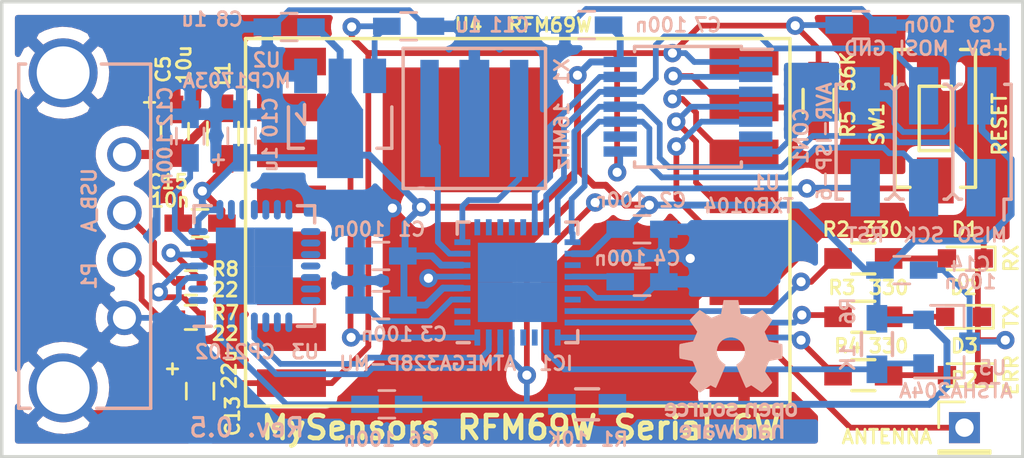
<source format=kicad_pcb>
(kicad_pcb (version 20170123) (host pcbnew no-vcs-found-c20cf4a~58~ubuntu16.04.1)
  (layers (0 F.Cu signal) (31 B.Cu signal) (34 B.Paste user) (35 F.Paste user) (36 B.SilkS user) (37 F.SilkS user) (38 B.Mask user) (39 F.Mask user) (44 Edge.Cuts user))
  (net 0 "")
  (net 1 GND)
  (net 2 +5V)
  (net 3 "Net-(C4-Pad2)")
  (net 4 /RST)
  (net 5 /DTR)
  (net 6 +3V3)
  (net 7 "Net-(C12-Pad1)")
  (net 8 /MISO)
  (net 9 /SCK)
  (net 10 /MOSI)
  (net 11 "Net-(D1-Pad2)")
  (net 12 "Net-(D2-Pad2)")
  (net 13 "Net-(D3-Pad2)")
  (net 14 "Net-(P1-Pad2)")
  (net 15 "Net-(P1-Pad3)")
  (net 16 "Net-(P2-Pad1)")
  (net 17 /GW_RX_LED)
  (net 18 /GW_TX_LED)
  (net 19 /GW_ERR_LED)
  (net 20 "Net-(R5-Pad1)")
  (net 21 "Net-(U1-Pad5)")
  (net 22 "Net-(U1-Pad4)")
  (net 23 "Net-(U1-Pad3)")
  (net 24 /SER_TX)
  (net 25 /SER_RX)
  (net 26 "Net-(IC1-Pad8)")
  (net 27 "Net-(IC1-Pad7)")
  (net 28 /ATSHA204A)
  (net 29 /RFM69W_INT)
  (net 30 /RFM69W_SS)
  (net 31 "Net-(C5-Pad2)")
  (net 32 "Net-(R7-Pad1)")
  (net 33 "Net-(R8-Pad1)")
  (module myfootprints:USB_A_bottom (layer F.Cu) (at 76.20488 80.30914 270)
    (fp_text reference P1 (at 5.28886 1.52888 270) (layer B.SilkS) (effects (font (size 0.6 0.6) (thickness 0.12)) (justify mirror)))
    (fp_text value USB_A (at 1.98686 1.52888 270) (layer B.SilkS) (effects (font (size 0.6 0.6) (thickness 0.12)) (justify mirror)))
    (pad 4 thru_hole circle (at 7.11286 -0.00212 180) (size 1.50114 1.50114) (drill 1.00076) (layers *.Cu *.Mask) (net 1 GND))
    (pad 3 thru_hole circle (at 4.57286 -0.00212 180) (size 1.50114 1.50114) (drill 1.00076) (layers *.Cu *.Mask) (net 15 "Net-(P1-Pad3)"))
    (pad 2 thru_hole circle (at 2.54086 -0.00212 180) (size 1.50114 1.50114) (drill 1.00076) (layers *.Cu *.Mask) (net 14 "Net-(P1-Pad2)"))
    (pad 1 thru_hole circle (at 0.00086 -0.00212 180) (size 1.50114 1.50114) (drill 1.00076) (layers *.Cu *.Mask) (net 31 "Net-(C5-Pad2)"))
    (pad 5 thru_hole circle (at 10.16086 2.66488 180) (size 2.99974 2.99974) (drill 2.30124) (layers *.Cu *.Mask) (net 1 GND))
    (pad 5 thru_hole circle (at -3.55514 2.66488 180) (size 2.99974 2.99974) (drill 2.30124) (layers *.Cu *.Mask) (net 1 GND))
  )
  (module Pin_Headers:Pin_Header_Straight_1x01_Pitch2.00mm (layer F.Cu) (at 112.776 92.202)
    (fp_text reference P2 (at 0 -2.12) (layer F.SilkS) (effects (font (size 0.6 0.6) (thickness 0.12))))
    (fp_text value ANTENNA (at -3.376 0.398) (layer F.SilkS) (effects (font (size 0.6 0.6) (thickness 0.12))))
    (pad 1 thru_hole rect (at 0 0) (size 1.35 1.35) (drill 0.8) (layers *.Cu *.Mask) (net 16 "Net-(P2-Pad1)"))
  )
  (module myfootprints:ZTTCS-3 (layer B.Cu) (at 91.44 78.74 180)
    (fp_text reference X1 (at -3.81 2.032 270) (layer B.SilkS) (effects (font (size 0.6 0.6) (thickness 0.12)) (justify mirror)))
    (fp_text value 16MHz (at -3.81 -0.762 270) (layer B.SilkS) (effects (font (size 0.6 0.6) (thickness 0.12)) (justify mirror)))
    (pad 3 smd rect (at 1.95 0 180) (size 0.8 5.1) (layers B.Cu B.Paste B.Mask) (net 27 "Net-(IC1-Pad7)"))
    (pad 2 smd rect (at 0 0 180) (size 1.3 5.1) (layers B.Cu B.Paste B.Mask) (net 1 GND))
    (pad 1 smd rect (at -1.95 0 180) (size 0.8 5.1) (layers B.Cu B.Paste B.Mask) (net 26 "Net-(IC1-Pad8)"))
  )
  (module Symbols:OSHW-Logo_5.7x6mm_SilkScreen (layer B.Cu) (at 102.616 89.662 180)
    (fp_text reference REF*** hide)
    (fp_text value OSHW-Logo_5.7x6mm_SilkScreen hide)
  )
  (module Capacitors_SMD:C_0603_HandSoldering (layer F.Cu) (at 79.502 90.612 270)
    (fp_text reference C13 (at 1.082 -1.414 270) (layer F.SilkS) (effects (font (size 0.6 0.6) (thickness 0.12))))
    (fp_text value 22u (at -0.95 -1.27 270) (layer F.SilkS) (effects (font (size 0.6 0.6) (thickness 0.12))))
    (pad 1 smd rect (at -0.95 0 270) (size 1.2 0.75) (layers F.Cu F.Paste F.Mask) (net 6 +3V3))
    (pad 2 smd rect (at 0.95 0 270) (size 1.2 0.75) (layers F.Cu F.Paste F.Mask) (net 1 GND))
  )
  (module Capacitors_SMD:C_0603_HandSoldering (layer B.Cu) (at 96.332 74.676 180)
    (fp_text reference C7 (at -5.268 0 180) (layer B.SilkS) (effects (font (size 0.6 0.6) (thickness 0.12)) (justify mirror)))
    (fp_text value 100n (at -3.236 0 180) (layer B.SilkS) (effects (font (size 0.6 0.6) (thickness 0.12)) (justify mirror)))
    (pad 1 smd rect (at -0.95 0 180) (size 1.2 0.75) (layers B.Cu B.Paste B.Mask) (net 2 +5V))
    (pad 2 smd rect (at 0.95 0 180) (size 1.2 0.75) (layers B.Cu B.Paste B.Mask) (net 1 GND))
  )
  (module Buttons_Switches_SMD:SW_SPST_EVQPE1 (layer F.Cu) (at 111.506 78.74 90)
    (fp_text reference SW1 (at -0.254 -2.54 90) (layer F.SilkS) (effects (font (size 0.6 0.6) (thickness 0.12))))
    (fp_text value RESET (at -0.254 2.794 90) (layer F.SilkS) (effects (font (size 0.6 0.6) (thickness 0.12))))
    (pad 2 smd rect (at 2.7 0 90) (size 2 1.6) (layers F.Cu F.Paste F.Mask) (net 1 GND))
    (pad 1 smd rect (at -2.7 0 90) (size 2 1.6) (layers F.Cu F.Paste F.Mask) (net 4 /RST))
  )
  (module Capacitors_SMD:C_0603_HandSoldering (layer B.Cu) (at 98.74 83.566 180)
    (fp_text reference C2 (at -1.336 1.27 180) (layer B.SilkS) (effects (font (size 0.6 0.6) (thickness 0.12)) (justify mirror)))
    (fp_text value 100n (at 0.95 1.27 180) (layer B.SilkS) (effects (font (size 0.6 0.6) (thickness 0.12)) (justify mirror)))
    (pad 1 smd rect (at -0.95 0 180) (size 1.2 0.75) (layers B.Cu B.Paste B.Mask) (net 1 GND))
    (pad 2 smd rect (at 0.95 0 180) (size 1.2 0.75) (layers B.Cu B.Paste B.Mask) (net 2 +5V))
  )
  (module Capacitors_SMD:C_0603_HandSoldering (layer B.Cu) (at 87.376 84.728 180)
    (fp_text reference C1 (at -1.336 1.162 180) (layer B.SilkS) (effects (font (size 0.6 0.6) (thickness 0.12)) (justify mirror)))
    (fp_text value 100n (at 0.95 1.162 180) (layer B.SilkS) (effects (font (size 0.6 0.6) (thickness 0.12)) (justify mirror)))
    (pad 1 smd rect (at -0.95 0 180) (size 1.2 0.75) (layers B.Cu B.Paste B.Mask) (net 2 +5V))
    (pad 2 smd rect (at 0.95 0 180) (size 1.2 0.75) (layers B.Cu B.Paste B.Mask) (net 1 GND))
  )
  (module Capacitors_SMD:C_0603_HandSoldering (layer B.Cu) (at 87.376 86.868)
    (fp_text reference C3 (at 2.286 1.27) (layer B.SilkS) (effects (font (size 0.6 0.6) (thickness 0.12)) (justify mirror)))
    (fp_text value 100n (at 0.254 1.27) (layer B.SilkS) (effects (font (size 0.6 0.6) (thickness 0.12)) (justify mirror)))
    (pad 1 smd rect (at -0.95 0) (size 1.2 0.75) (layers B.Cu B.Paste B.Mask) (net 1 GND))
    (pad 2 smd rect (at 0.95 0) (size 1.2 0.75) (layers B.Cu B.Paste B.Mask) (net 2 +5V))
  )
  (module Capacitors_SMD:C_0603_HandSoldering (layer B.Cu) (at 98.74 85.852 180)
    (fp_text reference C4 (at -1.082 1.016 180) (layer B.SilkS) (effects (font (size 0.6 0.6) (thickness 0.12)) (justify mirror)))
    (fp_text value 100n (at 0.95 1.016 180) (layer B.SilkS) (effects (font (size 0.6 0.6) (thickness 0.12)) (justify mirror)))
    (pad 2 smd rect (at 0.95 0 180) (size 1.2 0.75) (layers B.Cu B.Paste B.Mask) (net 3 "Net-(C4-Pad2)"))
    (pad 1 smd rect (at -0.95 0 180) (size 1.2 0.75) (layers B.Cu B.Paste B.Mask) (net 1 GND))
  )
  (module Capacitors_SMD:C_0603_HandSoldering (layer B.Cu) (at 87.63 91.186 180)
    (fp_text reference C6 (at -1.524 -1.524 180) (layer B.SilkS) (effects (font (size 0.6 0.6) (thickness 0.12)) (justify mirror)))
    (fp_text value 100n (at 0.762 -1.524 180) (layer B.SilkS) (effects (font (size 0.6 0.6) (thickness 0.12)) (justify mirror)))
    (pad 2 smd rect (at 0.95 0 180) (size 1.2 0.75) (layers B.Cu B.Paste B.Mask) (net 5 /DTR))
    (pad 1 smd rect (at -0.95 0 180) (size 1.2 0.75) (layers B.Cu B.Paste B.Mask) (net 4 /RST))
  )
  (module Capacitors_SMD:C_0603_HandSoldering (layer B.Cu) (at 83.378 74.76 180)
    (fp_text reference C8 (at 2.606 0.338 180) (layer B.SilkS) (effects (font (size 0.6 0.6) (thickness 0.12)) (justify mirror)))
    (fp_text value 1u (at 4.13 0.338 180) (layer B.SilkS) (effects (font (size 0.6 0.6) (thickness 0.12)) (justify mirror)))
    (pad 1 smd rect (at -0.95 0 180) (size 1.2 0.75) (layers B.Cu B.Paste B.Mask) (net 2 +5V))
    (pad 2 smd rect (at 0.95 0 180) (size 1.2 0.75) (layers B.Cu B.Paste B.Mask) (net 1 GND))
  )
  (module Capacitors_SMD:C_0603_HandSoldering (layer B.Cu) (at 108.27 74.676 180)
    (fp_text reference C9 (at -5.268 0 180) (layer B.SilkS) (effects (font (size 0.6 0.6) (thickness 0.12)) (justify mirror)))
    (fp_text value 100n (at -2.982 0 180) (layer B.SilkS) (effects (font (size 0.6 0.6) (thickness 0.12)) (justify mirror)))
    (pad 2 smd rect (at 0.95 0 180) (size 1.2 0.75) (layers B.Cu B.Paste B.Mask) (net 6 +3V3))
    (pad 1 smd rect (at -0.95 0 180) (size 1.2 0.75) (layers B.Cu B.Paste B.Mask) (net 1 GND))
  )
  (module Capacitors_SMD:C_0603_HandSoldering (layer B.Cu) (at 81.31 79.5 270)
    (fp_text reference C10 (at -0.8 -1.24 270) (layer B.SilkS) (effects (font (size 0.6 0.6) (thickness 0.12)) (justify mirror)))
    (fp_text value 1u (at 1.018 -1.24 270) (layer B.SilkS) (effects (font (size 0.6 0.6) (thickness 0.12)) (justify mirror)))
    (pad 1 smd rect (at -0.95 0 270) (size 1.2 0.75) (layers B.Cu B.Paste B.Mask) (net 1 GND))
    (pad 2 smd rect (at 0.95 0 270) (size 1.2 0.75) (layers B.Cu B.Paste B.Mask) (net 2 +5V))
  )
  (module Capacitors_SMD:C_0603_HandSoldering (layer B.Cu) (at 88.58 74.73)
    (fp_text reference C11 (at 4.384 -0.054) (layer B.SilkS) (effects (font (size 0.6 0.6) (thickness 0.12)) (justify mirror)))
    (fp_text value 1u (at 2.606 -0.054) (layer B.SilkS) (effects (font (size 0.6 0.6) (thickness 0.12)) (justify mirror)))
    (pad 2 smd rect (at 0.95 0) (size 1.2 0.75) (layers B.Cu B.Paste B.Mask) (net 1 GND))
    (pad 1 smd rect (at -0.95 0) (size 1.2 0.75) (layers B.Cu B.Paste B.Mask) (net 6 +3V3))
  )
  (module Capacitors_SMD:C_0603_HandSoldering (layer B.Cu) (at 79.07 79.51 90)
    (fp_text reference C12 (at 1.278 -1.092 90) (layer B.SilkS) (effects (font (size 0.6 0.6) (thickness 0.12)) (justify mirror)))
    (fp_text value 100n (at -1.008 -1.092 90) (layer B.SilkS) (effects (font (size 0.6 0.6) (thickness 0.12)) (justify mirror)))
    (pad 2 smd rect (at 0.95 0 90) (size 1.2 0.75) (layers B.Cu B.Paste B.Mask) (net 1 GND))
    (pad 1 smd rect (at -0.95 0 90) (size 1.2 0.75) (layers B.Cu B.Paste B.Mask) (net 7 "Net-(C12-Pad1)"))
  )
  (module myfootprints:AVR_ISP_SMT_Small_02x03 (layer B.Cu) (at 110.998 79.756 180)
    (fp_text reference CON1 (at 5.334 0.254 270) (layer B.SilkS) (effects (font (size 0.6 0.6) (thickness 0.12)) (justify mirror)))
    (fp_text value AVR-ISP-6 (at 4.318 0 270) (layer B.SilkS) (effects (font (size 0.6 0.6) (thickness 0.12)) (justify mirror)))
    (pad 1 smd rect (at -2.5 -2 180) (size 1.27 2.5) (layers B.Cu B.Paste B.Mask) (net 8 /MISO))
    (pad 3 smd rect (at 0 -2 180) (size 1.27 2.5) (layers B.Cu B.Paste B.Mask) (net 9 /SCK))
    (pad 5 smd rect (at 2.54 -2 180) (size 1.27 2.5) (layers B.Cu B.Paste B.Mask) (net 4 /RST))
    (pad 6 smd rect (at 2.54 2 180) (size 1.27 2.5) (layers B.Cu B.Paste B.Mask) (net 1 GND))
    (pad 4 smd rect (at 0 2 180) (size 1.27 2.5) (layers B.Cu B.Paste B.Mask) (net 10 /MOSI))
    (pad 2 smd rect (at -2.54 2 180) (size 1.27 2.5) (layers B.Cu B.Paste B.Mask) (net 2 +5V))
  )
  (module LEDs:LED_0603 (layer F.Cu) (at 112.814 84.836 180)
    (fp_text reference D1 (at 0 1.27 180) (layer F.SilkS) (effects (font (size 0.6 0.6) (thickness 0.12))))
    (fp_text value RX (at -1.994 0 270) (layer F.SilkS) (effects (font (size 0.6 0.6) (thickness 0.12))))
    (pad 1 smd rect (at -0.8 0) (size 0.8 0.8) (layers F.Cu F.Paste F.Mask) (net 1 GND))
    (pad 2 smd rect (at 0.8 0) (size 0.8 0.8) (layers F.Cu F.Paste F.Mask) (net 11 "Net-(D1-Pad2)"))
  )
  (module LEDs:LED_0603 (layer F.Cu) (at 112.738 87.376 180)
    (fp_text reference D2 (at 0 1.27 180) (layer F.SilkS) (effects (font (size 0.6 0.6) (thickness 0.12))))
    (fp_text value TX (at -2.07 0 270) (layer F.SilkS) (effects (font (size 0.6 0.6) (thickness 0.12))))
    (pad 2 smd rect (at 0.8 0) (size 0.8 0.8) (layers F.Cu F.Paste F.Mask) (net 12 "Net-(D2-Pad2)"))
    (pad 1 smd rect (at -0.8 0) (size 0.8 0.8) (layers F.Cu F.Paste F.Mask) (net 1 GND))
  )
  (module LEDs:LED_0603 (layer F.Cu) (at 112.814 89.916 180)
    (fp_text reference D3 (at 0.038 1.27 180) (layer F.SilkS) (effects (font (size 0.6 0.6) (thickness 0.12))))
    (fp_text value ERR (at -1.994 0 270) (layer F.SilkS) (effects (font (size 0.6 0.6) (thickness 0.12))))
    (pad 1 smd rect (at -0.8 0) (size 0.8 0.8) (layers F.Cu F.Paste F.Mask) (net 1 GND))
    (pad 2 smd rect (at 0.8 0) (size 0.8 0.8) (layers F.Cu F.Paste F.Mask) (net 13 "Net-(D3-Pad2)"))
  )
  (module Housings_DFN_QFN:QFN-32-1EP_5x5mm_Pitch0.5mm (layer B.Cu) (at 93.3185 85.878)
    (fp_text reference IC1 (at 1.6775 3.53) (layer B.SilkS) (effects (font (size 0.6 0.6) (thickness 0.12)) (justify mirror)))
    (fp_text value ATMEGA328P-MU (at -3.9105 3.53) (layer B.SilkS) (effects (font (size 0.6 0.6) (thickness 0.12)) (justify mirror)))
    (pad 33 smd rect (at -0.8625 0.8625) (size 1.725 1.725) (layers B.Cu B.Paste B.Mask))
    (pad 33 smd rect (at -0.8625 -0.8625) (size 1.725 1.725) (layers B.Cu B.Paste B.Mask))
    (pad 33 smd rect (at 0.8625 0.8625) (size 1.725 1.725) (layers B.Cu B.Paste B.Mask))
    (pad 33 smd rect (at 0.8625 -0.8625) (size 1.725 1.725) (layers B.Cu B.Paste B.Mask))
    (pad 32 smd rect (at -1.75 2.4 270) (size 0.7 0.25) (layers B.Cu B.Paste B.Mask) (net 29 /RFM69W_INT))
    (pad 31 smd rect (at -1.25 2.4 270) (size 0.7 0.25) (layers B.Cu B.Paste B.Mask) (net 25 /SER_RX))
    (pad 30 smd rect (at -0.75 2.4 270) (size 0.7 0.25) (layers B.Cu B.Paste B.Mask) (net 24 /SER_TX))
    (pad 29 smd rect (at -0.25 2.4 270) (size 0.7 0.25) (layers B.Cu B.Paste B.Mask) (net 4 /RST))
    (pad 28 smd rect (at 0.25 2.4 270) (size 0.7 0.25) (layers B.Cu B.Paste B.Mask))
    (pad 27 smd rect (at 0.75 2.4 270) (size 0.7 0.25) (layers B.Cu B.Paste B.Mask))
    (pad 26 smd rect (at 1.25 2.4 270) (size 0.7 0.25) (layers B.Cu B.Paste B.Mask) (net 28 /ATSHA204A))
    (pad 25 smd rect (at 1.75 2.4 270) (size 0.7 0.25) (layers B.Cu B.Paste B.Mask) (net 19 /GW_ERR_LED))
    (pad 24 smd rect (at 2.4 1.75) (size 0.7 0.25) (layers B.Cu B.Paste B.Mask) (net 18 /GW_TX_LED))
    (pad 23 smd rect (at 2.4 1.25) (size 0.7 0.25) (layers B.Cu B.Paste B.Mask) (net 17 /GW_RX_LED))
    (pad 22 smd rect (at 2.4 0.75) (size 0.7 0.25) (layers B.Cu B.Paste B.Mask))
    (pad 21 smd rect (at 2.4 0.25) (size 0.7 0.25) (layers B.Cu B.Paste B.Mask) (net 1 GND))
    (pad 20 smd rect (at 2.4 -0.25) (size 0.7 0.25) (layers B.Cu B.Paste B.Mask) (net 3 "Net-(C4-Pad2)"))
    (pad 19 smd rect (at 2.4 -0.75) (size 0.7 0.25) (layers B.Cu B.Paste B.Mask))
    (pad 18 smd rect (at 2.4 -1.25) (size 0.7 0.25) (layers B.Cu B.Paste B.Mask) (net 2 +5V))
    (pad 17 smd rect (at 2.4 -1.75) (size 0.7 0.25) (layers B.Cu B.Paste B.Mask) (net 9 /SCK))
    (pad 16 smd rect (at 1.75 -2.4 270) (size 0.7 0.25) (layers B.Cu B.Paste B.Mask) (net 8 /MISO))
    (pad 15 smd rect (at 1.25 -2.4 270) (size 0.7 0.25) (layers B.Cu B.Paste B.Mask) (net 10 /MOSI))
    (pad 14 smd rect (at 0.75 -2.4 270) (size 0.7 0.25) (layers B.Cu B.Paste B.Mask) (net 30 /RFM69W_SS))
    (pad 13 smd rect (at 0.25 -2.4 270) (size 0.7 0.25) (layers B.Cu B.Paste B.Mask))
    (pad 12 smd rect (at -0.25 -2.4 270) (size 0.7 0.25) (layers B.Cu B.Paste B.Mask))
    (pad 11 smd rect (at -0.75 -2.4 270) (size 0.7 0.25) (layers B.Cu B.Paste B.Mask))
    (pad 10 smd rect (at -1.25 -2.4 270) (size 0.7 0.25) (layers B.Cu B.Paste B.Mask))
    (pad 9 smd rect (at -1.75 -2.4 270) (size 0.7 0.25) (layers B.Cu B.Paste B.Mask))
    (pad 8 smd rect (at -2.4 -1.75) (size 0.7 0.25) (layers B.Cu B.Paste B.Mask) (net 26 "Net-(IC1-Pad8)"))
    (pad 7 smd rect (at -2.4 -1.25) (size 0.7 0.25) (layers B.Cu B.Paste B.Mask) (net 27 "Net-(IC1-Pad7)"))
    (pad 6 smd rect (at -2.4 -0.75) (size 0.7 0.25) (layers B.Cu B.Paste B.Mask) (net 2 +5V))
    (pad 5 smd rect (at -2.4 -0.25) (size 0.7 0.25) (layers B.Cu B.Paste B.Mask) (net 1 GND))
    (pad 4 smd rect (at -2.4 0.25) (size 0.7 0.25) (layers B.Cu B.Paste B.Mask) (net 2 +5V))
    (pad 3 smd rect (at -2.4 0.75) (size 0.7 0.25) (layers B.Cu B.Paste B.Mask) (net 1 GND))
    (pad 2 smd rect (at -2.4 1.25) (size 0.7 0.25) (layers B.Cu B.Paste B.Mask))
    (pad 1 smd rect (at -2.4 1.75) (size 0.7 0.25) (layers B.Cu B.Paste B.Mask))
  )
  (module Resistors_SMD:R_0603_HandSoldering (layer B.Cu) (at 96.35 91.186 180)
    (fp_text reference R1 (at -1.186 -1.524 180) (layer B.SilkS) (effects (font (size 0.6 0.6) (thickness 0.12)) (justify mirror)))
    (fp_text value 10K (at 0.846 -1.524 180) (layer B.SilkS) (effects (font (size 0.6 0.6) (thickness 0.12)) (justify mirror)))
    (pad 2 smd rect (at 1.1 0 180) (size 1.2 0.9) (layers B.Cu B.Paste B.Mask) (net 4 /RST))
    (pad 1 smd rect (at -1.1 0 180) (size 1.2 0.9) (layers B.Cu B.Paste B.Mask) (net 2 +5V))
  )
  (module Resistors_SMD:R_0603_HandSoldering (layer F.Cu) (at 108.374 84.836 180)
    (fp_text reference R2 (at 1.186 1.27 180) (layer F.SilkS) (effects (font (size 0.6 0.6) (thickness 0.12))))
    (fp_text value 330 (at -0.846 1.27 180) (layer F.SilkS) (effects (font (size 0.6 0.6) (thickness 0.12))))
    (pad 1 smd rect (at -1.1 0 180) (size 1.2 0.9) (layers F.Cu F.Paste F.Mask) (net 11 "Net-(D1-Pad2)"))
    (pad 2 smd rect (at 1.1 0 180) (size 1.2 0.9) (layers F.Cu F.Paste F.Mask) (net 17 /GW_RX_LED))
  )
  (module Resistors_SMD:R_0603_HandSoldering (layer F.Cu) (at 108.374 87.376 180)
    (fp_text reference R3 (at 0.932 1.27 180) (layer F.SilkS) (effects (font (size 0.6 0.6) (thickness 0.12))))
    (fp_text value 330 (at -1.1 1.27 180) (layer F.SilkS) (effects (font (size 0.6 0.6) (thickness 0.12))))
    (pad 2 smd rect (at 1.1 0 180) (size 1.2 0.9) (layers F.Cu F.Paste F.Mask) (net 18 /GW_TX_LED))
    (pad 1 smd rect (at -1.1 0 180) (size 1.2 0.9) (layers F.Cu F.Paste F.Mask) (net 12 "Net-(D2-Pad2)"))
  )
  (module Resistors_SMD:R_0603_HandSoldering (layer F.Cu) (at 108.374 89.916 180)
    (fp_text reference R4 (at 0.678 1.27 180) (layer F.SilkS) (effects (font (size 0.6 0.6) (thickness 0.12))))
    (fp_text value 330 (at -1.1 1.27 180) (layer F.SilkS) (effects (font (size 0.6 0.6) (thickness 0.12))))
    (pad 1 smd rect (at -1.1 0 180) (size 1.2 0.9) (layers F.Cu F.Paste F.Mask) (net 13 "Net-(D3-Pad2)"))
    (pad 2 smd rect (at 1.1 0 180) (size 1.2 0.9) (layers F.Cu F.Paste F.Mask) (net 19 /GW_ERR_LED))
  )
  (module Resistors_SMD:R_0603_HandSoldering (layer F.Cu) (at 106.426 77.978 90)
    (fp_text reference R5 (at -1.016 1.27 90) (layer F.SilkS) (effects (font (size 0.6 0.6) (thickness 0.12))))
    (fp_text value 56K (at 1.27 1.27 90) (layer F.SilkS) (effects (font (size 0.6 0.6) (thickness 0.12))))
    (pad 2 smd rect (at 1.1 0 90) (size 1.2 0.9) (layers F.Cu F.Paste F.Mask) (net 6 +3V3))
    (pad 1 smd rect (at -1.1 0 90) (size 1.2 0.9) (layers F.Cu F.Paste F.Mask) (net 20 "Net-(R5-Pad1)"))
  )
  (module Housings_SSOP:TSSOP-14_4.4x5mm_Pitch0.65mm (layer B.Cu) (at 100.74 78.232 180)
    (fp_text reference U1 (at -3.4 -3.302 180) (layer B.SilkS) (effects (font (size 0.6 0.6) (thickness 0.12)) (justify mirror)))
    (fp_text value TXB0104 (at -2.638 -4.318 180) (layer B.SilkS) (effects (font (size 0.6 0.6) (thickness 0.12)) (justify mirror)))
    (pad 14 smd rect (at 2.95 1.95 180) (size 1.45 0.45) (layers B.Cu B.Paste B.Mask) (net 2 +5V))
    (pad 13 smd rect (at 2.95 1.3 180) (size 1.45 0.45) (layers B.Cu B.Paste B.Mask) (net 30 /RFM69W_SS))
    (pad 12 smd rect (at 2.95 0.65 180) (size 1.45 0.45) (layers B.Cu B.Paste B.Mask) (net 10 /MOSI))
    (pad 11 smd rect (at 2.95 0 180) (size 1.45 0.45) (layers B.Cu B.Paste B.Mask) (net 8 /MISO))
    (pad 10 smd rect (at 2.95 -0.65 180) (size 1.45 0.45) (layers B.Cu B.Paste B.Mask) (net 9 /SCK))
    (pad 9 smd rect (at 2.95 -1.3 180) (size 1.45 0.45) (layers B.Cu B.Paste B.Mask))
    (pad 8 smd rect (at 2.95 -1.95 180) (size 1.45 0.45) (layers B.Cu B.Paste B.Mask) (net 6 +3V3))
    (pad 7 smd rect (at -2.95 -1.95 180) (size 1.45 0.45) (layers B.Cu B.Paste B.Mask) (net 1 GND))
    (pad 6 smd rect (at -2.95 -1.3 180) (size 1.45 0.45) (layers B.Cu B.Paste B.Mask))
    (pad 5 smd rect (at -2.95 -0.65 180) (size 1.45 0.45) (layers B.Cu B.Paste B.Mask) (net 21 "Net-(U1-Pad5)"))
    (pad 4 smd rect (at -2.95 0 180) (size 1.45 0.45) (layers B.Cu B.Paste B.Mask) (net 22 "Net-(U1-Pad4)"))
    (pad 3 smd rect (at -2.95 0.65 180) (size 1.45 0.45) (layers B.Cu B.Paste B.Mask) (net 23 "Net-(U1-Pad3)"))
    (pad 2 smd rect (at -2.95 1.3 180) (size 1.45 0.45) (layers B.Cu B.Paste B.Mask) (net 20 "Net-(R5-Pad1)"))
    (pad 1 smd rect (at -2.95 1.95 180) (size 1.45 0.45) (layers B.Cu B.Paste B.Mask) (net 6 +3V3))
  )
  (module TO_SOT_Packages_SMD:SOT89-3_Housing (layer B.Cu) (at 85.598 78.74)
    (fp_text reference U2 (at -3.198 -2.54) (layer B.SilkS) (effects (font (size 0.6 0.6) (thickness 0.12)) (justify mirror)))
    (fp_text value MCP1703A (at -4.498 -1.64) (layer B.SilkS) (effects (font (size 0.6 0.6) (thickness 0.12)) (justify mirror)))
    (pad 2 smd trapezoid (at 0 -0.7493 180) (size 1.50114 0.7493) (rect_delta 0 -0.50038) (layers B.Cu B.Paste B.Mask) (net 2 +5V))
    (pad 2 smd rect (at 0 1.09982) (size 1.99898 2.99974) (layers B.Cu B.Paste B.Mask) (net 2 +5V))
    (pad 3 smd rect (at 1.50114 -1.85166) (size 1.00076 1.50114) (layers B.Cu B.Paste B.Mask) (net 6 +3V3))
    (pad 2 smd rect (at 0 -1.85166) (size 1.00076 1.50114) (layers B.Cu B.Paste B.Mask) (net 2 +5V))
    (pad 1 smd rect (at -1.50114 -1.85166) (size 1.00076 1.50114) (layers B.Cu B.Paste B.Mask) (net 1 GND))
  )
  (module Housings_DFN_QFN:QFN-28-1EP_5x5mm_Pitch0.5mm (layer B.Cu) (at 81.8635 85.1655)
    (fp_text reference U3 (at 2.2105 3.7345) (layer B.SilkS) (effects (font (size 0.6 0.6) (thickness 0.12)) (justify mirror)))
    (fp_text value CP2102 (at -0.8375 3.7345) (layer B.SilkS) (effects (font (size 0.6 0.6) (thickness 0.12)) (justify mirror)))
    (pad 29 smd rect (at -0.8375 0.8375) (size 1.675 1.675) (layers B.Cu B.Paste B.Mask))
    (pad 29 smd rect (at -0.8375 -0.8375) (size 1.675 1.675) (layers B.Cu B.Paste B.Mask))
    (pad 29 smd rect (at 0.8375 0.8375) (size 1.675 1.675) (layers B.Cu B.Paste B.Mask))
    (pad 29 smd rect (at 0.8375 -0.8375) (size 1.675 1.675) (layers B.Cu B.Paste B.Mask))
    (pad 28 smd oval (at -1.5 2.45 270) (size 0.85 0.3) (layers B.Cu B.Paste B.Mask) (net 5 /DTR))
    (pad 27 smd oval (at -1 2.45 270) (size 0.85 0.3) (layers B.Cu B.Paste B.Mask))
    (pad 26 smd oval (at -0.5 2.45 270) (size 0.85 0.3) (layers B.Cu B.Paste B.Mask) (net 24 /SER_TX))
    (pad 25 smd oval (at 0 2.45 270) (size 0.85 0.3) (layers B.Cu B.Paste B.Mask) (net 25 /SER_RX))
    (pad 24 smd oval (at 0.5 2.45 270) (size 0.85 0.3) (layers B.Cu B.Paste B.Mask))
    (pad 23 smd oval (at 1 2.45 270) (size 0.85 0.3) (layers B.Cu B.Paste B.Mask))
    (pad 22 smd oval (at 1.5 2.45 270) (size 0.85 0.3) (layers B.Cu B.Paste B.Mask))
    (pad 21 smd oval (at 2.45 1.5) (size 0.85 0.3) (layers B.Cu B.Paste B.Mask))
    (pad 20 smd oval (at 2.45 1) (size 0.85 0.3) (layers B.Cu B.Paste B.Mask))
    (pad 19 smd oval (at 2.45 0.5) (size 0.85 0.3) (layers B.Cu B.Paste B.Mask))
    (pad 18 smd oval (at 2.45 0) (size 0.85 0.3) (layers B.Cu B.Paste B.Mask))
    (pad 17 smd oval (at 2.45 -0.5) (size 0.85 0.3) (layers B.Cu B.Paste B.Mask))
    (pad 16 smd oval (at 2.45 -1) (size 0.85 0.3) (layers B.Cu B.Paste B.Mask))
    (pad 15 smd oval (at 2.45 -1.5) (size 0.85 0.3) (layers B.Cu B.Paste B.Mask))
    (pad 14 smd oval (at 1.5 -2.45 270) (size 0.85 0.3) (layers B.Cu B.Paste B.Mask))
    (pad 13 smd oval (at 1 -2.45 270) (size 0.85 0.3) (layers B.Cu B.Paste B.Mask))
    (pad 12 smd oval (at 0.5 -2.45 270) (size 0.85 0.3) (layers B.Cu B.Paste B.Mask))
    (pad 11 smd oval (at 0 -2.45 270) (size 0.85 0.3) (layers B.Cu B.Paste B.Mask))
    (pad 10 smd oval (at -0.5 -2.45 270) (size 0.85 0.3) (layers B.Cu B.Paste B.Mask))
    (pad 9 smd oval (at -1 -2.45 270) (size 0.85 0.3) (layers B.Cu B.Paste B.Mask))
    (pad 8 smd oval (at -1.5 -2.45 270) (size 0.85 0.3) (layers B.Cu B.Paste B.Mask) (net 2 +5V))
    (pad 7 smd oval (at -2.45 -1.5) (size 0.85 0.3) (layers B.Cu B.Paste B.Mask) (net 2 +5V))
    (pad 6 smd oval (at -2.45 -1) (size 0.85 0.3) (layers B.Cu B.Paste B.Mask) (net 7 "Net-(C12-Pad1)"))
    (pad 5 smd oval (at -2.45 -0.5) (size 0.85 0.3) (layers B.Cu B.Paste B.Mask) (net 33 "Net-(R8-Pad1)"))
    (pad 4 smd oval (at -2.45 0) (size 0.85 0.3) (layers B.Cu B.Paste B.Mask) (net 32 "Net-(R7-Pad1)"))
    (pad 3 smd oval (at -2.45 0.5) (size 0.85 0.3) (layers B.Cu B.Paste B.Mask) (net 1 GND))
    (pad 2 smd oval (at -2.45 1) (size 0.85 0.3) (layers B.Cu B.Paste B.Mask))
    (pad 1 smd oval (at -2.45 1.5) (size 0.85 0.3) (layers B.Cu B.Paste B.Mask))
  )
  (module mysensors_radios:RFM69HW_SMD_Handsoldering (layer F.Cu) (at 84.88 76.264)
    (fp_text reference U4 (at 6.306 -1.588) (layer F.SilkS) (effects (font (size 0.6 0.6) (thickness 0.12))))
    (fp_text value RFM69W (at 9.862 -1.588) (layer F.SilkS) (effects (font (size 0.6 0.6) (thickness 0.12))))
    (pad 16 smd rect (at 18.3 0) (size 3 1.2) (layers F.Cu F.Paste F.Mask))
    (pad 15 smd rect (at 18.3 2) (size 3 1.2) (layers F.Cu F.Paste F.Mask) (net 20 "Net-(R5-Pad1)"))
    (pad 14 smd rect (at 18.3 4) (size 3 1.2) (layers F.Cu F.Paste F.Mask) (net 23 "Net-(U1-Pad3)"))
    (pad 13 smd rect (at 18.3 6) (size 3 1.2) (layers F.Cu F.Paste F.Mask) (net 22 "Net-(U1-Pad4)"))
    (pad 12 smd rect (at 18.3 8) (size 3 1.2) (layers F.Cu F.Paste F.Mask) (net 21 "Net-(U1-Pad5)"))
    (pad 11 smd rect (at 18.3 10) (size 3 1.2) (layers F.Cu F.Paste F.Mask) (net 1 GND))
    (pad 10 smd rect (at 18.3 12) (size 3 1.2) (layers F.Cu F.Paste F.Mask) (net 16 "Net-(P2-Pad1)"))
    (pad 9 smd rect (at 18.3 14) (size 3 1.2) (layers F.Cu F.Paste F.Mask) (net 1 GND))
    (pad 8 smd rect (at -1.4 14) (size 3 1.2) (layers F.Cu F.Paste F.Mask) (net 6 +3V3))
    (pad 7 smd rect (at -1.4 12) (size 3 1.2) (layers F.Cu F.Paste F.Mask))
    (pad 6 smd rect (at -1.4 10) (size 3 1.2) (layers F.Cu F.Paste F.Mask))
    (pad 5 smd rect (at -1.4 8) (size 3 1.2) (layers F.Cu F.Paste F.Mask))
    (pad 4 smd rect (at -1.4 6) (size 3 1.2) (layers F.Cu F.Paste F.Mask))
    (pad 3 smd rect (at -1.4 4) (size 3 1.2) (layers F.Cu F.Paste F.Mask))
    (pad 2 smd rect (at -1.4 2) (size 3 1.2) (layers F.Cu F.Paste F.Mask) (net 29 /RFM69W_INT))
    (pad 1 smd rect (at -1.4 0) (size 3 1.2) (layers F.Cu F.Paste F.Mask))
  )
  (module Capacitors_SMD:C_0603_HandSoldering (layer B.Cu) (at 110.048 85.344)
    (fp_text reference C14 (at 2.982 -0.254) (layer B.SilkS) (effects (font (size 0.6 0.6) (thickness 0.12)) (justify mirror)))
    (fp_text value 100n (at 2.982 0.508) (layer B.SilkS) (effects (font (size 0.6 0.6) (thickness 0.12)) (justify mirror)))
    (pad 2 smd rect (at 0.95 0) (size 1.2 0.75) (layers B.Cu B.Paste B.Mask) (net 1 GND))
    (pad 1 smd rect (at -0.95 0) (size 1.2 0.75) (layers B.Cu B.Paste B.Mask) (net 2 +5V))
  )
  (module Resistors_SMD:R_0603_HandSoldering (layer B.Cu) (at 108.966 88.562 90)
    (fp_text reference R6 (at 1.44 -1.27 90) (layer B.SilkS) (effects (font (size 0.6 0.6) (thickness 0.12)) (justify mirror)))
    (fp_text value 1K (at -0.592 -1.27 90) (layer B.SilkS) (effects (font (size 0.6 0.6) (thickness 0.12)) (justify mirror)))
    (pad 2 smd rect (at 1.1 0 90) (size 1.2 0.9) (layers B.Cu B.Paste B.Mask) (net 2 +5V))
    (pad 1 smd rect (at -1.1 0 90) (size 1.2 0.9) (layers B.Cu B.Paste B.Mask) (net 28 /ATSHA204A))
  )
  (module TO_SOT_Packages_SMD:SOT-23 (layer B.Cu) (at 111.998 88.458)
    (fp_text reference U5 (at 2.002 1.142) (layer B.SilkS) (effects (font (size 0.6 0.6) (thickness 0.12)) (justify mirror)))
    (fp_text value ATSHA204A (at 0.402 2.142) (layer B.SilkS) (effects (font (size 0.6 0.6) (thickness 0.12)) (justify mirror)))
    (pad 3 smd rect (at 1 0) (size 0.9 0.8) (layers B.Cu B.Paste B.Mask) (net 1 GND))
    (pad 2 smd rect (at -1 -0.95) (size 0.9 0.8) (layers B.Cu B.Paste B.Mask) (net 2 +5V))
    (pad 1 smd rect (at -1 0.95) (size 0.9 0.8) (layers B.Cu B.Paste B.Mask) (net 28 /ATSHA204A))
  )
  (module Resistors_SMD:R_0603_HandSoldering (layer F.Cu) (at 80.5 79.4 90)
    (fp_text reference L1 (at 2.6 0 90) (layer F.SilkS) (effects (font (size 0.6 0.6) (thickness 0.12))))
    (fp_text value BLM18HE152SN1D)
    (pad 2 smd rect (at 1.1 0 90) (size 1.2 0.9) (layers F.Cu F.Paste F.Mask) (net 31 "Net-(C5-Pad2)"))
    (pad 1 smd rect (at -1.1 0 90) (size 1.2 0.9) (layers F.Cu F.Paste F.Mask) (net 2 +5V))
  )
  (module Capacitors_SMD:C_0603_HandSoldering (layer F.Cu) (at 78.4 79.3 270)
    (fp_text reference C5 (at -2.7 0.5 270) (layer F.SilkS) (effects (font (size 0.6 0.6) (thickness 0.12))))
    (fp_text value 10u (at -2.9 -0.4 270) (layer F.SilkS) (effects (font (size 0.6 0.6) (thickness 0.12))))
    (pad 2 smd rect (at 0.95 0 270) (size 1.2 0.75) (layers F.Cu F.Paste F.Mask) (net 31 "Net-(C5-Pad2)"))
    (pad 1 smd rect (at -0.95 0 270) (size 1.2 0.75) (layers F.Cu F.Paste F.Mask) (net 1 GND))
  )
  (module Capacitors_SMD:C_0603_HandSoldering (layer F.Cu) (at 79.5 83.3)
    (fp_text reference C15 (at -1.4 -1.8) (layer F.SilkS) (effects (font (size 0.6 0.6) (thickness 0.12))))
    (fp_text value 10n (at -1.3 -1) (layer F.SilkS) (effects (font (size 0.6 0.6) (thickness 0.12))))
    (pad 1 smd rect (at -0.95 0) (size 1.2 0.75) (layers F.Cu F.Paste F.Mask) (net 1 GND))
    (pad 2 smd rect (at 0.95 0) (size 1.2 0.75) (layers F.Cu F.Paste F.Mask) (net 2 +5V))
  )
  (module Resistors_SMD:R_0402 (layer F.Cu) (at 79.1 87.4 180)
    (fp_text reference R7 (at -1.5 0.2 180) (layer F.SilkS) (effects (font (size 0.6 0.6) (thickness 0.12))))
    (fp_text value 22 (at -1.5 -0.7 180) (layer F.SilkS) (effects (font (size 0.6 0.6) (thickness 0.12))))
    (pad 1 smd rect (at -0.45 0 180) (size 0.4 0.6) (layers F.Cu F.Paste F.Mask) (net 32 "Net-(R7-Pad1)"))
    (pad 2 smd rect (at 0.45 0 180) (size 0.4 0.6) (layers F.Cu F.Paste F.Mask) (net 15 "Net-(P1-Pad3)"))
  )
  (module Resistors_SMD:R_0402 (layer F.Cu) (at 79.1 85.9 180)
    (fp_text reference R8 (at -1.5 0.6 180) (layer F.SilkS) (effects (font (size 0.6 0.6) (thickness 0.12))))
    (fp_text value 22 (at -1.5 -0.3 180) (layer F.SilkS) (effects (font (size 0.6 0.6) (thickness 0.12))))
    (pad 2 smd rect (at 0.45 0 180) (size 0.4 0.6) (layers F.Cu F.Paste F.Mask) (net 14 "Net-(P1-Pad2)"))
    (pad 1 smd rect (at -0.45 0 180) (size 0.4 0.6) (layers F.Cu F.Paste F.Mask) (net 33 "Net-(R8-Pad1)"))
  )
  (gr_text + (at 77.3 78) (layer F.SilkS) (effects (font (size 0.6 0.6) (thickness 0.12)) (justify mirror)))
  (gr_text + (at 80.3 80.5) (layer B.SilkS) (effects (font (size 0.6 0.6) (thickness 0.12))))
  (gr_text + (at 78.3 89.6) (layer F.SilkS) (effects (font (size 0.6 0.6) (thickness 0.12))))
  (gr_text "MySensors RFM69W Serial GW" (at 93.472 92.202) (layer F.SilkS) (effects (font (size 1 1) (thickness 0.2))))
  (gr_text "Rev. 0.5" (at 81.534 92.202) (layer B.SilkS) (effects (font (size 0.8 0.8) (thickness 0.14)) (justify mirror)))
  (gr_text GND (at 108.458 75.692) (layer B.SilkS) (effects (font (size 0.6 0.6) (thickness 0.12)) (justify mirror)))
  (gr_text MOSI (at 110.998 75.692) (layer B.SilkS) (effects (font (size 0.6 0.6) (thickness 0.12)) (justify mirror)))
  (gr_text +5V (at 113.792 75.692) (layer B.SilkS) (effects (font (size 0.6 0.6) (thickness 0.12)) (justify mirror)))
  (gr_text MISO (at 113.538 83.82) (layer B.SilkS) (effects (font (size 0.6 0.6) (thickness 0.12)) (justify mirror)))
  (gr_text SCK (at 110.998 83.82) (layer B.SilkS) (effects (font (size 0.6 0.6) (thickness 0.12)) (justify mirror)))
  (gr_text RST (at 108.458 83.82) (layer B.SilkS) (effects (font (size 0.6 0.6) (thickness 0.12)) (justify mirror)))
  (gr_line (start 70.866 93.472) (end 70.866 73.66) (layer Edge.Cuts) (width 0.15))
  (gr_line (start 115.316 93.472) (end 70.866 93.472) (layer Edge.Cuts) (width 0.15))
  (gr_line (start 115.316 73.66) (end 115.316 93.472) (layer Edge.Cuts) (width 0.15))
  (gr_line (start 70.866 73.66) (end 115.316 73.66) (layer Edge.Cuts) (width 0.15))
  (segment (start 78.55 83.3) (end 78.775 83.3) (width 0.25) (layer F.Cu) (net 1))
  (segment (start 80.5 85.025) (end 80.5 88.1) (width 0.25) (layer F.Cu) (net 1))
  (segment (start 78.775 83.3) (end 80.5 85.025) (width 0.25) (layer F.Cu) (net 1))
  (segment (start 80.5 88.1) (end 80.2 88.4) (width 0.25) (layer F.Cu) (net 1))
  (segment (start 77.2 89.3) (end 77.2 91.562) (width 0.25) (layer F.Cu) (net 1))
  (segment (start 80.2 88.4) (end 78.1 88.4) (width 0.25) (layer F.Cu) (net 1))
  (segment (start 78.1 88.4) (end 77.2 89.3) (width 0.25) (layer F.Cu) (net 1))
  (segment (start 79.502 91.562) (end 77.2 91.562) (width 0.25) (layer F.Cu) (net 1))
  (segment (start 77.2 91.562) (end 74.632 91.562) (width 0.25) (layer F.Cu) (net 1))
  (segment (start 77.739168 87.422) (end 76.207 87.422) (width 0.25) (layer B.Cu) (net 1))
  (segment (start 78.576133 86.056103) (end 78.576133 86.585035) (width 0.25) (layer B.Cu) (net 1))
  (segment (start 79.4135 85.6655) (end 79.38851 85.69049) (width 0.25) (layer B.Cu) (net 1))
  (segment (start 78.941745 85.69049) (end 78.576133 86.056103) (width 0.25) (layer B.Cu) (net 1))
  (segment (start 78.576133 86.585035) (end 77.739168 87.422) (width 0.25) (layer B.Cu) (net 1))
  (segment (start 79.38851 85.69049) (end 78.941745 85.69049) (width 0.25) (layer B.Cu) (net 1))
  (segment (start 89.442189 84.217189) (end 89.442189 85.697136) (width 0.25) (layer F.Cu) (net 1))
  (segment (start 89.503765 87.568001) (end 87.351001 87.568001) (width 0.25) (layer B.Cu) (net 1))
  (segment (start 87.875 82.65) (end 89.442189 84.217189) (width 0.25) (layer F.Cu) (net 1))
  (segment (start 89.511325 85.628) (end 89.442189 85.697136) (width 0.25) (layer B.Cu) (net 1))
  (segment (start 90.9185 85.628) (end 89.511325 85.628) (width 0.25) (layer B.Cu) (net 1))
  (via (at 89.442189 85.697136) (size 0.8) (drill 0.4) (layers F.Cu B.Cu) (net 1))
  (segment (start 86.651 86.868) (end 86.426 86.868) (width 0.25) (layer B.Cu) (net 1))
  (segment (start 87.351001 87.568001) (end 86.651 86.868) (width 0.25) (layer B.Cu) (net 1))
  (segment (start 90.443766 86.628) (end 89.503765 87.568001) (width 0.25) (layer B.Cu) (net 1))
  (segment (start 90.9185 86.628) (end 90.443766 86.628) (width 0.25) (layer B.Cu) (net 1))
  (segment (start 100.838 84.836) (end 101.075 85.073) (width 0.25) (layer F.Cu) (net 1))
  (segment (start 101.075 85.073) (end 101.075 85.925) (width 0.25) (layer F.Cu) (net 1))
  (segment (start 101.075 85.925) (end 101.414 86.264) (width 0.25) (layer F.Cu) (net 1))
  (segment (start 101.414 86.264) (end 103.18 86.264) (width 0.25) (layer F.Cu) (net 1))
  (segment (start 86.426 84.099) (end 87.875 82.65) (width 0.25) (layer B.Cu) (net 1))
  (segment (start 86.426 84.728) (end 86.426 84.099) (width 0.25) (layer B.Cu) (net 1))
  (via (at 87.875 82.65) (size 0.8) (drill 0.4) (layers F.Cu B.Cu) (net 1))
  (segment (start 73.54 90.47) (end 73.54 90.036) (width 0.25) (layer B.Cu) (net 1))
  (segment (start 73.54 90.036) (end 76.154 87.422) (width 0.25) (layer B.Cu) (net 1))
  (segment (start 76.154 87.422) (end 76.207 87.422) (width 0.25) (layer B.Cu) (net 1))
  (segment (start 95.382 74.676) (end 91.44 74.676) (width 0.25) (layer B.Cu) (net 1))
  (segment (start 91.44 74.676) (end 89.584 74.676) (width 0.25) (layer B.Cu) (net 1))
  (segment (start 91.44 78.74) (end 91.44 74.676) (width 0.25) (layer B.Cu) (net 1))
  (segment (start 108.458 77.756) (end 109.252 77.756) (width 0.25) (layer B.Cu) (net 1))
  (segment (start 109.252 77.756) (end 109.728 78.232) (width 0.25) (layer B.Cu) (net 1))
  (segment (start 109.728 78.232) (end 109.728 78.956002) (width 0.25) (layer B.Cu) (net 1))
  (segment (start 112.268 76.2) (end 110.744 74.676) (width 0.25) (layer B.Cu) (net 1))
  (segment (start 109.728 78.956002) (end 110.102999 79.331001) (width 0.25) (layer B.Cu) (net 1))
  (segment (start 110.102999 79.331001) (end 111.893001 79.331001) (width 0.25) (layer B.Cu) (net 1))
  (segment (start 112.268 78.956002) (end 112.268 76.2) (width 0.25) (layer B.Cu) (net 1))
  (segment (start 111.893001 79.331001) (end 112.268 78.956002) (width 0.25) (layer B.Cu) (net 1))
  (segment (start 110.744 74.676) (end 109.22 74.676) (width 0.25) (layer B.Cu) (net 1))
  (segment (start 82.74666 76.88834) (end 81.60766 76.88834) (width 0.25) (layer B.Cu) (net 1))
  (segment (start 81.60766 76.88834) (end 81.31 77.186) (width 0.25) (layer B.Cu) (net 1))
  (segment (start 81.31 77.186) (end 81.31 78.55) (width 0.25) (layer B.Cu) (net 1))
  (segment (start 113.614 84.186) (end 113.248 83.82) (width 0.25) (layer F.Cu) (net 1))
  (segment (start 113.248 83.82) (end 106.524 83.82) (width 0.25) (layer F.Cu) (net 1))
  (segment (start 106.524 83.82) (end 104.08 86.264) (width 0.25) (layer F.Cu) (net 1))
  (segment (start 104.08 86.264) (end 103.18 86.264) (width 0.25) (layer F.Cu) (net 1))
  (segment (start 89.49 74.77) (end 89.53 74.73) (width 0.25) (layer B.Cu) (net 1))
  (segment (start 103.18 86.264) (end 101.43 86.264) (width 0.25) (layer F.Cu) (net 1))
  (segment (start 101.43 86.264) (end 101.092 86.602) (width 0.25) (layer F.Cu) (net 1))
  (segment (start 101.092 86.602) (end 101.092 90.17) (width 0.25) (layer F.Cu) (net 1))
  (segment (start 101.092 90.17) (end 101.186 90.264) (width 0.25) (layer F.Cu) (net 1))
  (segment (start 111.506 76.04) (end 112.556 76.04) (width 0.25) (layer F.Cu) (net 1))
  (segment (start 112.556 76.04) (end 113.614 77.098) (width 0.25) (layer F.Cu) (net 1))
  (segment (start 113.614 77.098) (end 113.614 84.186) (width 0.25) (layer F.Cu) (net 1))
  (segment (start 113.614 84.186) (end 113.614 84.836) (width 0.25) (layer F.Cu) (net 1))
  (segment (start 113.36 89.916) (end 113.36 88.392) (width 0.25) (layer F.Cu) (net 1))
  (segment (start 113.36 88.392) (end 113.36 87.452) (width 0.25) (layer F.Cu) (net 1))
  (segment (start 114.554 88.392) (end 113.36 88.392) (width 0.25) (layer F.Cu) (net 1))
  (segment (start 112.998 88.458) (end 114.488 88.458) (width 0.25) (layer B.Cu) (net 1))
  (via (at 114.554 88.392) (size 0.8) (drill 0.4) (layers F.Cu B.Cu) (net 1))
  (segment (start 114.488 88.458) (end 114.554 88.392) (width 0.25) (layer B.Cu) (net 1))
  (segment (start 109.22 74.676) (end 108.995 74.676) (width 0.25) (layer B.Cu) (net 1))
  (segment (start 108.995 74.676) (end 108.294999 73.975999) (width 0.25) (layer B.Cu) (net 1))
  (segment (start 108.294999 73.975999) (end 96.307001 73.975999) (width 0.25) (layer B.Cu) (net 1))
  (segment (start 96.307001 73.975999) (end 95.607 74.676) (width 0.25) (layer B.Cu) (net 1))
  (segment (start 95.607 74.676) (end 95.382 74.676) (width 0.25) (layer B.Cu) (net 1))
  (segment (start 99.69 84.836) (end 99.69 85.852) (width 0.25) (layer B.Cu) (net 1))
  (segment (start 99.69 83.566) (end 99.69 84.836) (width 0.25) (layer B.Cu) (net 1))
  (segment (start 99.69 84.836) (end 100.838 84.836) (width 0.25) (layer B.Cu) (net 1))
  (via (at 100.838 84.836) (size 0.8) (drill 0.4) (layers F.Cu B.Cu) (net 1))
  (segment (start 89.305 74.73) (end 88.604999 74.029999) (width 0.25) (layer B.Cu) (net 1))
  (segment (start 83.383001 74.029999) (end 82.653 74.76) (width 0.25) (layer B.Cu) (net 1))
  (segment (start 89.53 74.73) (end 89.305 74.73) (width 0.25) (layer B.Cu) (net 1))
  (segment (start 88.604999 74.029999) (end 83.383001 74.029999) (width 0.25) (layer B.Cu) (net 1))
  (segment (start 82.653 74.76) (end 82.428 74.76) (width 0.25) (layer B.Cu) (net 1))
  (segment (start 95.7185 86.128) (end 96.3185 86.128) (width 0.25) (layer B.Cu) (net 1))
  (segment (start 96.3185 86.128) (end 96.742501 86.552001) (width 0.25) (layer B.Cu) (net 1))
  (segment (start 96.742501 86.552001) (end 98.764999 86.552001) (width 0.25) (layer B.Cu) (net 1))
  (segment (start 98.764999 86.552001) (end 99.465 85.852) (width 0.25) (layer B.Cu) (net 1))
  (segment (start 99.465 85.852) (end 99.69 85.852) (width 0.25) (layer B.Cu) (net 1))
  (segment (start 101.186 90.264) (end 99.888 91.562) (width 0.25) (layer F.Cu) (net 1))
  (segment (start 99.888 91.562) (end 79.502 91.562) (width 0.25) (layer F.Cu) (net 1))
  (segment (start 101.186 90.264) (end 103.18 90.264) (width 0.25) (layer F.Cu) (net 1))
  (segment (start 89.584 74.676) (end 89.53 74.73) (width 0.25) (layer B.Cu) (net 1))
  (segment (start 74.632 91.562) (end 73.54 90.47) (width 0.25) (layer F.Cu) (net 1))
  (segment (start 79.07 78.56) (end 75.346 78.56) (width 0.25) (layer B.Cu) (net 1))
  (segment (start 75.346 78.56) (end 73.54 76.754) (width 0.25) (layer B.Cu) (net 1))
  (segment (start 82.428 74.76) (end 82.428 75.385) (width 0.25) (layer B.Cu) (net 1))
  (segment (start 82.428 75.385) (end 82.74666 75.70366) (width 0.25) (layer B.Cu) (net 1))
  (segment (start 82.74666 75.70366) (end 82.74666 76.88834) (width 0.25) (layer B.Cu) (net 1))
  (segment (start 81.31 78.55) (end 79.08 78.55) (width 0.25) (layer B.Cu) (net 1))
  (segment (start 79.08 78.55) (end 79.07 78.56) (width 0.25) (layer B.Cu) (net 1))
  (segment (start 84.09686 76.88834) (end 82.74666 76.88834) (width 0.25) (layer B.Cu) (net 1))
  (segment (start 103.69 80.182) (end 104.665 80.182) (width 0.25) (layer B.Cu) (net 1))
  (segment (start 104.665 80.182) (end 107.091 77.756) (width 0.25) (layer B.Cu) (net 1))
  (segment (start 107.091 77.756) (end 108.458 77.756) (width 0.25) (layer B.Cu) (net 1))
  (segment (start 86.426 84.728) (end 86.426 86.868) (width 0.25) (layer B.Cu) (net 1))
  (segment (start 110.998 85.344) (end 111.848 85.344) (width 0.25) (layer B.Cu) (net 1))
  (segment (start 111.848 85.344) (end 112.998 86.494) (width 0.25) (layer B.Cu) (net 1))
  (segment (start 112.998 86.494) (end 112.998 88.458) (width 0.25) (layer B.Cu) (net 1))
  (segment (start 113.36 87.452) (end 113.284 87.376) (width 0.25) (layer F.Cu) (net 1))
  (segment (start 113.36 84.836) (end 113.36 87.3) (width 0.25) (layer F.Cu) (net 1))
  (segment (start 113.36 87.3) (end 113.284 87.376) (width 0.25) (layer F.Cu) (net 1))
  (segment (start 80.45 83.3) (end 80.45 82.75) (width 0.3) (layer F.Cu) (net 2))
  (segment (start 80.45 82.75) (end 79.6 81.9) (width 0.3) (layer F.Cu) (net 2))
  (segment (start 80.5 80.5) (end 80.5 81) (width 0.3) (layer F.Cu) (net 2))
  (segment (start 80.5 81) (end 79.6 81.9) (width 0.3) (layer F.Cu) (net 2))
  (segment (start 79.6 81.9) (end 79.86 81.9) (width 0.3) (layer B.Cu) (net 2))
  (segment (start 79.86 81.9) (end 81.31 80.45) (width 0.3) (layer B.Cu) (net 2))
  (segment (start 97.160002 81.649998) (end 98.023014 82.51301) (width 0.3) (layer F.Cu) (net 2))
  (segment (start 96.644688 81.649998) (end 97.160002 81.649998) (width 0.3) (layer F.Cu) (net 2))
  (segment (start 95.947575 80.952885) (end 96.644688 81.649998) (width 0.3) (layer F.Cu) (net 2))
  (segment (start 98.023014 82.51301) (end 99.06 82.51301) (width 0.3) (layer F.Cu) (net 2))
  (segment (start 89.998556 85.128) (end 89.598556 84.728) (width 0.3) (layer B.Cu) (net 2))
  (segment (start 89.598556 84.728) (end 88.326 84.728) (width 0.3) (layer B.Cu) (net 2))
  (segment (start 90.072 86.128) (end 89.332 86.868) (width 0.3) (layer B.Cu) (net 2))
  (segment (start 90.9185 86.128) (end 90.072 86.128) (width 0.3) (layer B.Cu) (net 2))
  (segment (start 90.9185 85.128) (end 89.998556 85.128) (width 0.3) (layer B.Cu) (net 2))
  (segment (start 89.332 86.868) (end 88.326 86.868) (width 0.3) (layer B.Cu) (net 2))
  (segment (start 79.6 81.9) (end 79.6 82.465685) (width 0.3) (layer B.Cu) (net 2))
  (segment (start 79.6 82.465685) (end 79.8445 82.710185) (width 0.3) (layer B.Cu) (net 2))
  (segment (start 79.8445 82.710185) (end 79.8445 82.7155) (width 0.3) (layer B.Cu) (net 2))
  (via (at 79.6 81.9) (size 0.8) (drill 0.4) (layers F.Cu B.Cu) (net 2))
  (segment (start 88.326 86.868) (end 88.375 86.819) (width 0.3) (layer B.Cu) (net 2))
  (segment (start 88.375 86.819) (end 88.375 84.777) (width 0.3) (layer B.Cu) (net 2))
  (segment (start 88.375 84.777) (end 88.326 84.728) (width 0.3) (layer B.Cu) (net 2))
  (segment (start 88.326 84.728) (end 88.551 84.728) (width 0.3) (layer B.Cu) (net 2))
  (segment (start 88.551 84.728) (end 88.425 84.602) (width 0.3) (layer B.Cu) (net 2))
  (segment (start 88.425 84.602) (end 88.425 83.306125) (width 0.3) (layer B.Cu) (net 2))
  (segment (start 88.425 83.306125) (end 89.127626 82.603499) (width 0.3) (layer B.Cu) (net 2))
  (segment (start 94.296961 82.603499) (end 89.127626 82.603499) (width 0.3) (layer F.Cu) (net 2))
  (segment (start 86.864327 80.3402) (end 89.127626 82.603499) (width 0.3) (layer B.Cu) (net 2))
  (segment (start 95.947575 80.952885) (end 94.296961 82.603499) (width 0.3) (layer F.Cu) (net 2))
  (via (at 89.127626 82.603499) (size 0.8) (drill 0.4) (layers F.Cu B.Cu) (net 2))
  (segment (start 85.598 80.3402) (end 86.864327 80.3402) (width 0.3) (layer B.Cu) (net 2))
  (segment (start 109.098 85.344) (end 108.458 85.344) (width 0.3) (layer B.Cu) (net 2))
  (segment (start 108.458 85.344) (end 105.62701 82.51301) (width 0.3) (layer B.Cu) (net 2))
  (segment (start 105.62701 82.51301) (end 99.06 82.51301) (width 0.3) (layer B.Cu) (net 2))
  (segment (start 99.06 82.521) (end 99.06 82.51301) (width 0.3) (layer B.Cu) (net 2))
  (segment (start 97.79 83.566) (end 98.015 83.566) (width 0.3) (layer B.Cu) (net 2))
  (segment (start 98.015 83.566) (end 99.06 82.521) (width 0.3) (layer B.Cu) (net 2))
  (via (at 99.06 82.51301) (size 0.8) (drill 0.4) (layers F.Cu B.Cu) (net 2))
  (segment (start 97.79 76.282) (end 96.509152 76.282) (width 0.3) (layer B.Cu) (net 2))
  (segment (start 95.930001 80.935311) (end 95.930001 76.861151) (width 0.3) (layer F.Cu) (net 2))
  (segment (start 95.947575 80.952885) (end 95.930001 80.935311) (width 0.3) (layer F.Cu) (net 2))
  (segment (start 96.509152 76.282) (end 95.930001 76.861151) (width 0.3) (layer B.Cu) (net 2))
  (via (at 95.930001 76.861151) (size 0.8) (drill 0.4) (layers F.Cu B.Cu) (net 2))
  (segment (start 97.45 91.186) (end 111.252 91.186) (width 0.3) (layer B.Cu) (net 2))
  (segment (start 111.252 91.186) (end 112.014 90.424) (width 0.3) (layer B.Cu) (net 2))
  (segment (start 112.014 90.424) (end 112.014 88.474) (width 0.3) (layer B.Cu) (net 2))
  (segment (start 112.014 88.474) (end 111.048 87.508) (width 0.3) (layer B.Cu) (net 2))
  (segment (start 111.048 87.508) (end 110.998 87.508) (width 0.3) (layer B.Cu) (net 2))
  (segment (start 85.598 80.3402) (end 85.598 79.83982) (width 0.3) (layer B.Cu) (net 2))
  (segment (start 85.731202 80.3402) (end 85.598 80.3402) (width 0.3) (layer B.Cu) (net 2))
  (segment (start 85.598 76.88834) (end 85.598 77.9907) (width 0.3) (layer B.Cu) (net 2))
  (segment (start 81.31 80.45) (end 84.98782 80.45) (width 0.3) (layer B.Cu) (net 2))
  (segment (start 84.98782 80.45) (end 85.598 79.83982) (width 0.3) (layer B.Cu) (net 2))
  (segment (start 85.598 76.88834) (end 85.598 77.13853) (width 0.3) (layer B.Cu) (net 2))
  (segment (start 85.598 77.13853) (end 85.598 79.83982) (width 0.3) (layer B.Cu) (net 2))
  (segment (start 85.598 76.88834) (end 85.598 75.805) (width 0.3) (layer B.Cu) (net 2))
  (segment (start 85.598 75.805) (end 84.553 74.76) (width 0.3) (layer B.Cu) (net 2))
  (segment (start 84.553 74.76) (end 84.328 74.76) (width 0.3) (layer B.Cu) (net 2))
  (segment (start 113.538 77.756) (end 113.538 79.256) (width 0.3) (layer B.Cu) (net 2))
  (segment (start 113.538 79.256) (end 114.808 80.526) (width 0.3) (layer B.Cu) (net 2))
  (segment (start 114.808 80.526) (end 114.808 82.916002) (width 0.3) (layer B.Cu) (net 2))
  (segment (start 114.808 82.916002) (end 113.650002 84.074) (width 0.3) (layer B.Cu) (net 2))
  (segment (start 113.650002 84.074) (end 110.593 84.074) (width 0.3) (layer B.Cu) (net 2))
  (segment (start 110.593 84.074) (end 109.323 85.344) (width 0.3) (layer B.Cu) (net 2))
  (segment (start 109.323 85.344) (end 109.098 85.344) (width 0.3) (layer B.Cu) (net 2))
  (segment (start 108.966 87.462) (end 108.966 85.476) (width 0.3) (layer B.Cu) (net 2))
  (segment (start 108.966 85.476) (end 109.098 85.344) (width 0.3) (layer B.Cu) (net 2))
  (segment (start 110.998 87.508) (end 109.012 87.508) (width 0.3) (layer B.Cu) (net 2))
  (segment (start 109.012 87.508) (end 108.966 87.462) (width 0.3) (layer B.Cu) (net 2))
  (segment (start 79.8445 82.7155) (end 79.4135 83.1465) (width 0.3) (layer B.Cu) (net 2))
  (segment (start 79.4135 83.1465) (end 79.4135 83.6655) (width 0.3) (layer B.Cu) (net 2))
  (segment (start 80.3635 82.7155) (end 79.8445 82.7155) (width 0.3) (layer B.Cu) (net 2))
  (segment (start 84.72423 74.76) (end 84.328 74.76) (width 0.3) (layer B.Cu) (net 2))
  (segment (start 97.79 83.566) (end 97.565 83.566) (width 0.3) (layer B.Cu) (net 2))
  (segment (start 97.565 83.566) (end 96.503 84.628) (width 0.3) (layer B.Cu) (net 2))
  (segment (start 96.503 84.628) (end 95.7185 84.628) (width 0.3) (layer B.Cu) (net 2))
  (segment (start 97.79 76.282) (end 97.79 75.184) (width 0.3) (layer B.Cu) (net 2))
  (segment (start 97.79 75.184) (end 97.282 74.676) (width 0.3) (layer B.Cu) (net 2))
  (segment (start 97.79 85.852) (end 97.566 85.628) (width 0.25) (layer B.Cu) (net 3))
  (segment (start 97.566 85.628) (end 95.7185 85.628) (width 0.25) (layer B.Cu) (net 3))
  (segment (start 97.94 82.4) (end 96.700022 82.4) (width 0.25) (layer B.Cu) (net 4))
  (segment (start 93.726 89.916) (end 93.726 85.374022) (width 0.25) (layer F.Cu) (net 4))
  (via (at 96.700022 82.4) (size 0.8) (drill 0.4) (layers F.Cu B.Cu) (net 4))
  (segment (start 105.918006 81.788) (end 98.552 81.788) (width 0.25) (layer B.Cu) (net 4))
  (segment (start 98.552 81.788) (end 97.94 82.4) (width 0.25) (layer B.Cu) (net 4))
  (segment (start 93.726 85.374022) (end 96.700022 82.4) (width 0.25) (layer F.Cu) (net 4))
  (segment (start 92.456 91.186) (end 93.726 91.186) (width 0.25) (layer B.Cu) (net 4))
  (segment (start 93.726 91.186) (end 93.726 89.916) (width 0.25) (layer B.Cu) (net 4))
  (segment (start 93.0685 88.278) (end 93.0685 89.2685) (width 0.25) (layer B.Cu) (net 4))
  (segment (start 93.0685 89.2685) (end 93.716 89.916) (width 0.25) (layer B.Cu) (net 4))
  (segment (start 93.716 89.916) (end 93.726 89.916) (width 0.25) (layer B.Cu) (net 4))
  (segment (start 95.25 91.186) (end 92.456 91.186) (width 0.25) (layer B.Cu) (net 4))
  (segment (start 88.58 91.186) (end 92.456 91.186) (width 0.25) (layer B.Cu) (net 4))
  (segment (start 111.506 81.44) (end 111.158 81.788) (width 0.25) (layer F.Cu) (net 4))
  (segment (start 108.458 81.756) (end 105.950006 81.756) (width 0.25) (layer B.Cu) (net 4))
  (segment (start 105.950006 81.756) (end 105.918006 81.788) (width 0.25) (layer B.Cu) (net 4))
  (segment (start 111.158 81.788) (end 105.918006 81.788) (width 0.25) (layer F.Cu) (net 4))
  (via (at 105.918006 81.788) (size 0.8) (drill 0.4) (layers F.Cu B.Cu) (net 4))
  (via (at 93.726 89.916) (size 0.8) (drill 0.4) (layers F.Cu B.Cu) (net 4))
  (segment (start 86.68 91.186) (end 83.259 91.186) (width 0.25) (layer B.Cu) (net 5))
  (segment (start 83.259 91.186) (end 80.3635 88.2905) (width 0.25) (layer B.Cu) (net 5))
  (segment (start 80.3635 88.2905) (end 80.3635 87.6155) (width 0.25) (layer B.Cu) (net 5))
  (segment (start 97.536 75.897378) (end 97.655635 76.017013) (width 0.25) (layer F.Cu) (net 6))
  (via (at 97.655635 81.087092) (size 0.8) (drill 0.4) (layers F.Cu B.Cu) (net 6))
  (segment (start 97.655635 76.017013) (end 97.655635 81.087092) (width 0.25) (layer F.Cu) (net 6))
  (segment (start 97.79 80.182) (end 97.79 80.952727) (width 0.25) (layer B.Cu) (net 6))
  (segment (start 97.79 80.952727) (end 97.655635 81.087092) (width 0.25) (layer B.Cu) (net 6))
  (segment (start 87.243709 75.897378) (end 86.852622 75.897378) (width 0.25) (layer F.Cu) (net 6))
  (segment (start 86.852622 75.897378) (end 86.825 75.925) (width 0.25) (layer F.Cu) (net 6))
  (segment (start 85.23 90.264) (end 83.48 90.264) (width 0.25) (layer F.Cu) (net 6))
  (segment (start 86.825 75.925) (end 86.825 88.669) (width 0.25) (layer F.Cu) (net 6))
  (segment (start 86.825 88.669) (end 85.23 90.264) (width 0.25) (layer F.Cu) (net 6))
  (segment (start 87.243709 75.897378) (end 86.797378 75.897378) (width 0.25) (layer F.Cu) (net 6))
  (segment (start 86.797378 75.897378) (end 86.10134 75.20134) (width 0.25) (layer F.Cu) (net 6))
  (segment (start 86.10134 75.20134) (end 86.10134 74.755009) (width 0.25) (layer F.Cu) (net 6))
  (segment (start 100.064291 75.897378) (end 97.536 75.897378) (width 0.25) (layer F.Cu) (net 6))
  (segment (start 97.536 75.897378) (end 87.243709 75.897378) (width 0.25) (layer F.Cu) (net 6))
  (segment (start 100.629976 75.897378) (end 100.064291 75.897378) (width 0.25) (layer B.Cu) (net 6))
  (segment (start 101.014598 76.282) (end 100.629976 75.897378) (width 0.25) (layer B.Cu) (net 6))
  (segment (start 105.41 74.701009) (end 101.26066 74.701009) (width 0.25) (layer F.Cu) (net 6))
  (segment (start 103.69 76.282) (end 101.014598 76.282) (width 0.25) (layer B.Cu) (net 6))
  (segment (start 101.26066 74.701009) (end 100.064291 75.897378) (width 0.25) (layer F.Cu) (net 6))
  (via (at 100.064291 75.897378) (size 0.8) (drill 0.4) (layers F.Cu B.Cu) (net 6))
  (segment (start 87.09914 76.88834) (end 87.09914 75.26086) (width 0.25) (layer B.Cu) (net 6))
  (segment (start 87.09914 75.26086) (end 87.63 74.73) (width 0.25) (layer B.Cu) (net 6))
  (segment (start 107.32 74.676) (end 105.435009 74.676) (width 0.25) (layer B.Cu) (net 6))
  (segment (start 106.426 75.717009) (end 105.41 74.701009) (width 0.25) (layer F.Cu) (net 6))
  (segment (start 106.426 76.878) (end 106.426 75.717009) (width 0.25) (layer F.Cu) (net 6))
  (segment (start 105.435009 74.676) (end 105.41 74.701009) (width 0.25) (layer B.Cu) (net 6))
  (via (at 105.41 74.701009) (size 0.8) (drill 0.4) (layers F.Cu B.Cu) (net 6))
  (segment (start 87.63 74.73) (end 86.126349 74.73) (width 0.25) (layer B.Cu) (net 6))
  (segment (start 86.126349 74.73) (end 86.10134 74.755009) (width 0.25) (layer B.Cu) (net 6))
  (via (at 86.10134 74.755009) (size 0.8) (drill 0.4) (layers F.Cu B.Cu) (net 6))
  (segment (start 83.48 90.264) (end 80.104 90.264) (width 0.25) (layer F.Cu) (net 6))
  (segment (start 80.104 90.264) (end 79.502 89.662) (width 0.25) (layer F.Cu) (net 6))
  (segment (start 79.4135 84.1655) (end 78.966735 84.1655) (width 0.25) (layer B.Cu) (net 7))
  (segment (start 79.07 81.31) (end 79.07 80.46) (width 0.25) (layer B.Cu) (net 7))
  (segment (start 78.4 83.598765) (end 78.4 81.98) (width 0.25) (layer B.Cu) (net 7))
  (segment (start 78.966735 84.1655) (end 78.4 83.598765) (width 0.25) (layer B.Cu) (net 7))
  (segment (start 78.4 81.98) (end 79.07 81.31) (width 0.25) (layer B.Cu) (net 7))
  (segment (start 95.792023 81.498564) (end 95.0685 82.222087) (width 0.25) (layer B.Cu) (net 8))
  (segment (start 95.792023 79.316366) (end 95.792023 81.498564) (width 0.25) (layer B.Cu) (net 8))
  (segment (start 95.0685 82.222087) (end 95.0685 83.478) (width 0.25) (layer B.Cu) (net 8))
  (segment (start 97.79 78.232) (end 96.876389 78.232) (width 0.25) (layer B.Cu) (net 8))
  (segment (start 96.876389 78.232) (end 95.792023 79.316366) (width 0.25) (layer B.Cu) (net 8))
  (segment (start 104.818022 80.855978) (end 106.172 79.502) (width 0.25) (layer B.Cu) (net 8))
  (segment (start 112.138012 79.781012) (end 113.498 81.141) (width 0.25) (layer B.Cu) (net 8))
  (segment (start 98.751411 78.232) (end 99.510011 78.9906) (width 0.25) (layer B.Cu) (net 8))
  (segment (start 109.916599 79.781012) (end 112.138012 79.781012) (width 0.25) (layer B.Cu) (net 8))
  (segment (start 106.172 79.502) (end 109.637587 79.502) (width 0.25) (layer B.Cu) (net 8))
  (segment (start 99.905978 80.855978) (end 104.818022 80.855978) (width 0.25) (layer B.Cu) (net 8))
  (segment (start 99.510011 80.460011) (end 99.905978 80.855978) (width 0.25) (layer B.Cu) (net 8))
  (segment (start 99.510011 78.9906) (end 99.510011 80.460011) (width 0.25) (layer B.Cu) (net 8))
  (segment (start 97.79 78.232) (end 98.751411 78.232) (width 0.25) (layer B.Cu) (net 8))
  (segment (start 109.637587 79.502) (end 109.916599 79.781012) (width 0.25) (layer B.Cu) (net 8))
  (segment (start 113.498 81.141) (end 113.498 81.756) (width 0.25) (layer B.Cu) (net 8))
  (segment (start 96.242034 79.502766) (end 96.242034 81.684964) (width 0.25) (layer B.Cu) (net 9))
  (segment (start 95.674999 82.251999) (end 95.674999 83.709499) (width 0.25) (layer B.Cu) (net 9))
  (segment (start 95.7185 83.753) (end 95.7185 84.128) (width 0.25) (layer B.Cu) (net 9))
  (segment (start 95.674999 83.709499) (end 95.7185 83.753) (width 0.25) (layer B.Cu) (net 9))
  (segment (start 97.79 78.882) (end 96.8628 78.882) (width 0.25) (layer B.Cu) (net 9))
  (segment (start 96.8628 78.882) (end 96.242034 79.502766) (width 0.25) (layer B.Cu) (net 9))
  (segment (start 96.242034 81.684964) (end 95.674999 82.251999) (width 0.25) (layer B.Cu) (net 9))
  (segment (start 99.06 79.177) (end 99.06 80.772) (width 0.25) (layer B.Cu) (net 9))
  (segment (start 109.498 80.256) (end 110.113 80.256) (width 0.25) (layer B.Cu) (net 9))
  (segment (start 98.765 78.882) (end 99.06 79.177) (width 0.25) (layer B.Cu) (net 9))
  (segment (start 106.300411 80.01) (end 109.252 80.01) (width 0.25) (layer B.Cu) (net 9))
  (segment (start 97.79 78.882) (end 98.765 78.882) (width 0.25) (layer B.Cu) (net 9))
  (segment (start 99.06 80.772) (end 99.593989 81.305989) (width 0.25) (layer B.Cu) (net 9))
  (segment (start 99.593989 81.305989) (end 105.004422 81.305989) (width 0.25) (layer B.Cu) (net 9))
  (segment (start 105.004422 81.305989) (end 106.300411 80.01) (width 0.25) (layer B.Cu) (net 9))
  (segment (start 109.252 80.01) (end 109.498 80.256) (width 0.25) (layer B.Cu) (net 9))
  (segment (start 110.113 80.256) (end 110.998 81.141) (width 0.25) (layer B.Cu) (net 9))
  (segment (start 110.998 81.141) (end 110.998 81.756) (width 0.25) (layer B.Cu) (net 9))
  (segment (start 95.342012 79.129966) (end 96.88998 77.582) (width 0.25) (layer B.Cu) (net 10))
  (segment (start 96.88998 77.582) (end 97.79 77.582) (width 0.25) (layer B.Cu) (net 10))
  (segment (start 95.342012 81.312165) (end 95.342012 79.129966) (width 0.25) (layer B.Cu) (net 10))
  (segment (start 94.5685 82.085677) (end 95.342012 81.312165) (width 0.25) (layer B.Cu) (net 10))
  (segment (start 94.5685 83.478) (end 94.5685 82.085677) (width 0.25) (layer B.Cu) (net 10))
  (segment (start 110.998 77.141) (end 110.998 77.756) (width 0.25) (layer B.Cu) (net 10))
  (segment (start 109.549 75.692) (end 110.998 77.141) (width 0.25) (layer B.Cu) (net 10))
  (segment (start 103.874377 75.172377) (end 104.394 75.692) (width 0.25) (layer B.Cu) (net 10))
  (segment (start 99.33929 75.549377) (end 99.71629 75.172377) (width 0.25) (layer B.Cu) (net 10))
  (segment (start 98.765 77.582) (end 99.33929 77.00771) (width 0.25) (layer B.Cu) (net 10))
  (segment (start 104.394 75.692) (end 109.549 75.692) (width 0.25) (layer B.Cu) (net 10))
  (segment (start 99.33929 77.00771) (end 99.33929 75.549377) (width 0.25) (layer B.Cu) (net 10))
  (segment (start 99.71629 75.172377) (end 103.874377 75.172377) (width 0.25) (layer B.Cu) (net 10))
  (segment (start 97.79 77.582) (end 98.765 77.582) (width 0.25) (layer B.Cu) (net 10))
  (segment (start 111.76 84.836) (end 109.22 84.836) (width 0.25) (layer F.Cu) (net 11))
  (segment (start 109.22 87.376) (end 111.684 87.376) (width 0.25) (layer F.Cu) (net 12))
  (segment (start 111.76 89.916) (end 109.22 89.916) (width 0.25) (layer F.Cu) (net 13))
  (segment (start 76.207 82.85) (end 77.5 84.143) (width 0.25) (layer F.Cu) (net 14))
  (segment (start 77.5 84.143) (end 77.5 85) (width 0.25) (layer F.Cu) (net 14))
  (segment (start 77.5 85) (end 78.4 85.9) (width 0.25) (layer F.Cu) (net 14))
  (segment (start 78.4 85.9) (end 78.65 85.9) (width 0.25) (layer F.Cu) (net 14))
  (segment (start 78.65 85.9) (end 78.65 85.8) (width 0.25) (layer F.Cu) (net 14))
  (segment (start 76.957569 85.632569) (end 76.207 84.882) (width 0.25) (layer F.Cu) (net 15))
  (segment (start 78.65 87.4) (end 77.726996 87.4) (width 0.25) (layer F.Cu) (net 15))
  (segment (start 77.726996 87.4) (end 76.957569 86.630573) (width 0.25) (layer F.Cu) (net 15))
  (segment (start 76.957569 86.630573) (end 76.957569 85.632569) (width 0.25) (layer F.Cu) (net 15))
  (segment (start 76.246 84.882) (end 76.207 84.882) (width 0.25) (layer B.Cu) (net 15))
  (segment (start 76.5295 85.1655) (end 76.246 84.882) (width 0.25) (layer B.Cu) (net 15))
  (segment (start 103.18 88.264) (end 103.864 88.264) (width 0.25) (layer F.Cu) (net 16))
  (segment (start 103.864 88.264) (end 107.802 92.202) (width 0.25) (layer F.Cu) (net 16))
  (segment (start 107.802 92.202) (end 112.776 92.202) (width 0.25) (layer F.Cu) (net 16))
  (segment (start 104.388002 87.128) (end 105.664002 85.852) (width 0.25) (layer B.Cu) (net 17))
  (segment (start 95.7185 87.128) (end 104.388002 87.128) (width 0.25) (layer B.Cu) (net 17))
  (segment (start 107.124 84.836) (end 106.108 85.852) (width 0.25) (layer F.Cu) (net 17))
  (segment (start 107.274 84.836) (end 107.124 84.836) (width 0.25) (layer F.Cu) (net 17))
  (segment (start 106.108 85.852) (end 105.664002 85.852) (width 0.25) (layer F.Cu) (net 17))
  (via (at 105.664002 85.852) (size 0.8) (drill 0.4) (layers F.Cu B.Cu) (net 17))
  (segment (start 105.7 87.3) (end 107.198 87.3) (width 0.25) (layer F.Cu) (net 18))
  (segment (start 107.198 87.3) (end 107.274 87.376) (width 0.25) (layer F.Cu) (net 18))
  (segment (start 95.7185 87.628) (end 105.372 87.628) (width 0.25) (layer B.Cu) (net 18))
  (segment (start 105.372 87.628) (end 105.7 87.3) (width 0.25) (layer B.Cu) (net 18))
  (via (at 105.7 87.3) (size 0.8) (drill 0.4) (layers F.Cu B.Cu) (net 18))
  (segment (start 105.55 88.278) (end 105.664 88.392) (width 0.25) (layer B.Cu) (net 19))
  (segment (start 107.124 89.916) (end 105.664 88.456) (width 0.25) (layer F.Cu) (net 19))
  (segment (start 107.274 89.916) (end 107.124 89.916) (width 0.25) (layer F.Cu) (net 19))
  (via (at 105.664 88.392) (size 0.8) (drill 0.4) (layers F.Cu B.Cu) (net 19))
  (segment (start 105.664 88.456) (end 105.664 88.392) (width 0.25) (layer F.Cu) (net 19))
  (segment (start 95.0685 88.278) (end 105.55 88.278) (width 0.25) (layer B.Cu) (net 19))
  (segment (start 100.912888 76.896888) (end 100.095976 76.896888) (width 0.25) (layer F.Cu) (net 20))
  (segment (start 102.28 78.264) (end 100.912888 76.896888) (width 0.25) (layer F.Cu) (net 20))
  (segment (start 103.18 78.264) (end 102.28 78.264) (width 0.25) (layer F.Cu) (net 20))
  (segment (start 103.69 76.932) (end 100.131088 76.932) (width 0.25) (layer B.Cu) (net 20))
  (segment (start 100.131088 76.932) (end 100.095976 76.896888) (width 0.25) (layer B.Cu) (net 20))
  (via (at 100.095976 76.896888) (size 0.8) (drill 0.4) (layers F.Cu B.Cu) (net 20))
  (segment (start 103.18 78.264) (end 105.95 78.264) (width 0.25) (layer F.Cu) (net 20))
  (segment (start 105.95 78.264) (end 106.426 78.74) (width 0.25) (layer F.Cu) (net 20))
  (segment (start 106.426 78.74) (end 106.426 79.078) (width 0.25) (layer F.Cu) (net 20))
  (segment (start 100.235021 82.219021) (end 100.235021 79.964283) (width 0.25) (layer F.Cu) (net 21))
  (segment (start 102.28 84.264) (end 100.235021 82.219021) (width 0.25) (layer F.Cu) (net 21))
  (segment (start 101.317304 78.882) (end 100.235021 79.964283) (width 0.25) (layer B.Cu) (net 21))
  (segment (start 103.18 84.264) (end 102.28 84.264) (width 0.25) (layer F.Cu) (net 21))
  (segment (start 103.69 78.882) (end 101.317304 78.882) (width 0.25) (layer B.Cu) (net 21))
  (via (at 100.235021 79.964283) (size 0.8) (drill 0.4) (layers F.Cu B.Cu) (net 21))
  (segment (start 103.18 82.264) (end 101.822 82.264) (width 0.25) (layer F.Cu) (net 22))
  (segment (start 101.822 82.264) (end 101.092 81.534) (width 0.25) (layer F.Cu) (net 22))
  (segment (start 101.092 81.534) (end 101.092 79.748008) (width 0.25) (layer F.Cu) (net 22))
  (segment (start 101.092 79.748008) (end 100.226992 78.883) (width 0.25) (layer F.Cu) (net 22))
  (segment (start 103.69 78.232) (end 100.877992 78.232) (width 0.25) (layer B.Cu) (net 22))
  (segment (start 100.877992 78.232) (end 100.226992 78.883) (width 0.25) (layer B.Cu) (net 22))
  (via (at 100.226992 78.883) (size 0.8) (drill 0.4) (layers F.Cu B.Cu) (net 22))
  (segment (start 103.18 80.264) (end 102.28 80.264) (width 0.25) (layer F.Cu) (net 23))
  (segment (start 102.28 80.264) (end 101.092 79.076) (width 0.25) (layer F.Cu) (net 23))
  (segment (start 101.092 79.076) (end 101.092 78.486) (width 0.25) (layer F.Cu) (net 23))
  (segment (start 101.092 78.486) (end 100.502384 77.896384) (width 0.25) (layer F.Cu) (net 23))
  (segment (start 100.502384 77.896384) (end 100.063857 77.896384) (width 0.25) (layer F.Cu) (net 23))
  (via (at 100.063857 77.896384) (size 0.8) (drill 0.4) (layers F.Cu B.Cu) (net 23))
  (segment (start 103.69 77.582) (end 100.378241 77.582) (width 0.25) (layer B.Cu) (net 23))
  (segment (start 100.378241 77.582) (end 100.063857 77.896384) (width 0.25) (layer B.Cu) (net 23))
  (segment (start 81.3635 88.426911) (end 82.811602 89.875013) (width 0.25) (layer B.Cu) (net 24))
  (segment (start 86.734402 89.875013) (end 87.005403 89.604011) (width 0.25) (layer B.Cu) (net 24))
  (segment (start 81.3635 87.6155) (end 81.3635 88.426911) (width 0.25) (layer B.Cu) (net 24))
  (segment (start 87.005403 89.604011) (end 91.938902 89.604011) (width 0.25) (layer B.Cu) (net 24))
  (segment (start 82.811602 89.875013) (end 86.734402 89.875013) (width 0.25) (layer B.Cu) (net 24))
  (segment (start 91.938902 89.604011) (end 92.5685 88.974413) (width 0.25) (layer B.Cu) (net 24))
  (segment (start 92.5685 88.974413) (end 92.5685 88.278) (width 0.25) (layer B.Cu) (net 24))
  (segment (start 91.752502 89.154) (end 86.819004 89.154) (width 0.25) (layer B.Cu) (net 25))
  (segment (start 82.998002 89.425002) (end 81.8635 88.2905) (width 0.25) (layer B.Cu) (net 25))
  (segment (start 86.819004 89.154) (end 86.548002 89.425002) (width 0.25) (layer B.Cu) (net 25))
  (segment (start 92.0685 88.838002) (end 91.752502 89.154) (width 0.25) (layer B.Cu) (net 25))
  (segment (start 92.0685 88.278) (end 92.0685 88.838002) (width 0.25) (layer B.Cu) (net 25))
  (segment (start 86.548002 89.425002) (end 82.998002 89.425002) (width 0.25) (layer B.Cu) (net 25))
  (segment (start 81.8635 88.2905) (end 81.8635 87.6155) (width 0.25) (layer B.Cu) (net 25))
  (segment (start 90.9185 84.128) (end 90.9185 82.5635) (width 0.25) (layer B.Cu) (net 26))
  (segment (start 90.9185 82.5635) (end 91.186 82.296) (width 0.25) (layer B.Cu) (net 26))
  (segment (start 91.186 82.296) (end 92.456 82.296) (width 0.25) (layer B.Cu) (net 26))
  (segment (start 92.456 82.296) (end 93.39 81.362) (width 0.25) (layer B.Cu) (net 26))
  (segment (start 93.39 81.362) (end 93.39 78.74) (width 0.25) (layer B.Cu) (net 26))
  (segment (start 89.852627 79.978637) (end 89.49 79.61601) (width 0.25) (layer B.Cu) (net 27))
  (segment (start 90.9185 84.628) (end 90.358498 84.628) (width 0.25) (layer B.Cu) (net 27))
  (segment (start 89.852627 84.122129) (end 89.852627 79.978637) (width 0.25) (layer B.Cu) (net 27))
  (segment (start 90.358498 84.628) (end 89.852627 84.122129) (width 0.25) (layer B.Cu) (net 27))
  (segment (start 89.49 79.166) (end 89.49 78.74) (width 0.25) (layer B.Cu) (net 27))
  (segment (start 108.966 89.662) (end 95.3525 89.662) (width 0.25) (layer B.Cu) (net 28))
  (segment (start 95.3525 89.662) (end 94.5685 88.878) (width 0.25) (layer B.Cu) (net 28))
  (segment (start 94.5685 88.878) (end 94.5685 88.278) (width 0.25) (layer B.Cu) (net 28))
  (segment (start 110.998 89.408) (end 109.22 89.408) (width 0.25) (layer B.Cu) (net 28))
  (segment (start 109.22 89.408) (end 108.966 89.662) (width 0.25) (layer B.Cu) (net 28))
  (segment (start 83.48 78.264) (end 84.38 78.264) (width 0.25) (layer F.Cu) (net 29))
  (segment (start 84.38 78.264) (end 86.05 79.934) (width 0.25) (layer F.Cu) (net 29))
  (segment (start 86.05 79.934) (end 86.05 88.25) (width 0.25) (layer F.Cu) (net 29))
  (segment (start 86.05 88.25) (end 86.075 88.275) (width 0.25) (layer F.Cu) (net 29))
  (segment (start 86.078 88.278) (end 86.075 88.275) (width 0.25) (layer B.Cu) (net 29))
  (via (at 86.075 88.275) (size 0.8) (drill 0.4) (layers F.Cu B.Cu) (net 29))
  (segment (start 91.5685 88.278) (end 86.078 88.278) (width 0.25) (layer B.Cu) (net 29))
  (segment (start 94.742 79.093569) (end 96.903569 76.932) (width 0.25) (layer B.Cu) (net 30))
  (segment (start 94.742 81.275766) (end 94.742 79.093569) (width 0.25) (layer B.Cu) (net 30))
  (segment (start 96.903569 76.932) (end 97.79 76.932) (width 0.25) (layer B.Cu) (net 30))
  (segment (start 94.0685 81.949266) (end 94.742 81.275766) (width 0.25) (layer B.Cu) (net 30))
  (segment (start 94.0685 83.478) (end 94.0685 81.949266) (width 0.25) (layer B.Cu) (net 30))
  (segment (start 78.4 80.25) (end 78.55 80.25) (width 0.4) (layer F.Cu) (net 31))
  (segment (start 78.55 80.25) (end 80.5 78.3) (width 0.4) (layer F.Cu) (net 31))
  (segment (start 76.207 80.31) (end 78.34 80.31) (width 0.4) (layer F.Cu) (net 31))
  (segment (start 78.34 80.31) (end 78.4 80.25) (width 0.4) (layer F.Cu) (net 31))
  (segment (start 78.775001 86.525001) (end 77.925001 86.525001) (width 0.25) (layer F.Cu) (net 32))
  (segment (start 78.7385 85.1655) (end 77.7 86.204) (width 0.25) (layer B.Cu) (net 32))
  (segment (start 79.55 87.4) (end 79.55 87.3) (width 0.25) (layer F.Cu) (net 32))
  (segment (start 77.925001 86.525001) (end 77.7 86.3) (width 0.25) (layer F.Cu) (net 32))
  (segment (start 79.55 87.3) (end 78.775001 86.525001) (width 0.25) (layer F.Cu) (net 32))
  (segment (start 79.4135 85.1655) (end 78.7385 85.1655) (width 0.25) (layer B.Cu) (net 32))
  (segment (start 77.7 86.204) (end 77.7 86.3) (width 0.25) (layer B.Cu) (net 32))
  (via (at 77.7 86.3) (size 0.8) (drill 0.4) (layers F.Cu B.Cu) (net 32))
  (segment (start 78.294732 84.6655) (end 78.22501 84.595778) (width 0.25) (layer B.Cu) (net 33))
  (segment (start 79.4135 84.6655) (end 78.294732 84.6655) (width 0.25) (layer B.Cu) (net 33))
  (segment (start 78.345778 84.595778) (end 78.22501 84.595778) (width 0.25) (layer F.Cu) (net 33))
  (segment (start 79.55 85.9) (end 79.55 85.8) (width 0.25) (layer F.Cu) (net 33))
  (segment (start 79.55 85.8) (end 78.345778 84.595778) (width 0.25) (layer F.Cu) (net 33))
  (via (at 78.22501 84.595778) (size 0.8) (drill 0.4) (layers F.Cu B.Cu) (net 33))
  (zone (net 1) (net_name GND) (layer B.Cu) (connect_pads (clearance 0.5)) (min_thickness 0.254) (fill yes (arc_segments 32) (thermal_gap 0.5) (thermal_bridge_width 0.5))
    (polygon (pts (xy 70.866 73.66) (xy 115.316 73.66) (xy 115.316 93.472) (xy 70.866 93.472)))
  )
  (zone (net 1) (net_name GND) (layer F.Cu) (connect_pads (clearance 0.5)) (min_thickness 0.254) (fill yes (arc_segments 32) (thermal_gap 0.5) (thermal_bridge_width 0.5))
    (polygon (pts (xy 70.866 73.66) (xy 115.316 73.66) (xy 115.316 93.472) (xy 70.866 93.472)))
  )
  (zone (net 0) (net_name "") (layer F.Cu) (connect_pads (clearance 0.5)) (min_thickness 0.254)
    (keepout (tracks allowed) (vias allowed) (copperpour not_allowed))
    (fill yes (arc_segments 16) (thermal_gap 0.508) (thermal_bridge_width 0.508))
    (polygon (pts (xy 106.4 84) (xy 115.2 84) (xy 115.2 93.4) (xy 106.4 93.4)))
  )
  (zone (net 0) (net_name "") (layer B.Cu) (connect_pads (clearance 0.5)) (min_thickness 0.254)
    (keepout (tracks allowed) (vias allowed) (copperpour not_allowed))
    (fill yes (arc_segments 16) (thermal_gap 0.508) (thermal_bridge_width 0.508))
    (polygon (pts (xy 106.4 84) (xy 115.2 84) (xy 115.2 93.4) (xy 106.4 93.4)))
  )
)
</source>
